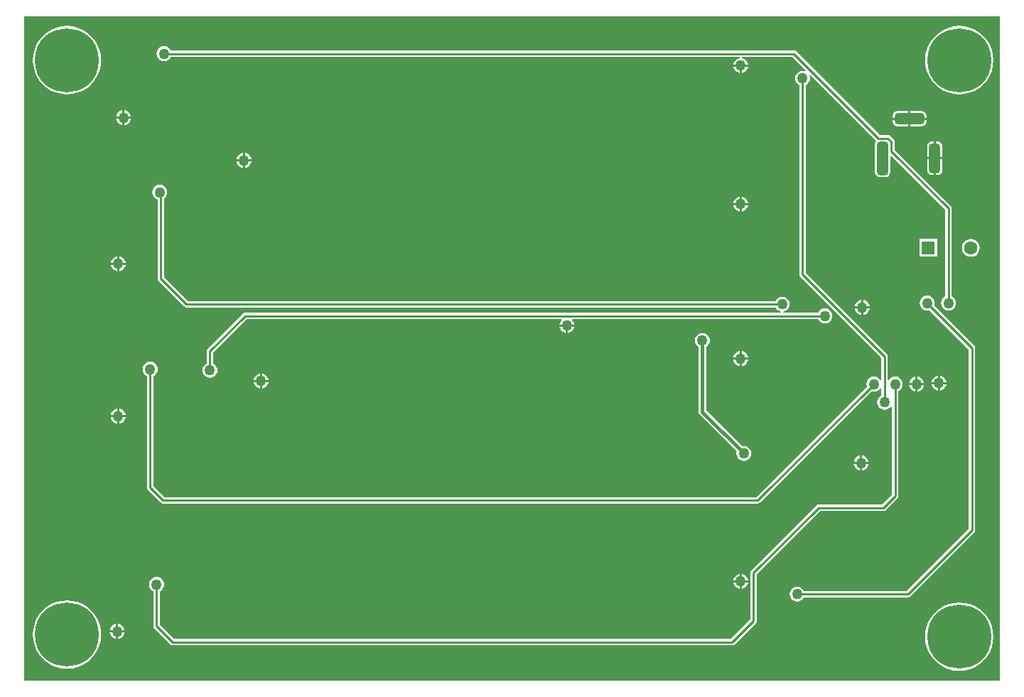
<source format=gbl>
G04*
G04 #@! TF.GenerationSoftware,Altium Limited,Altium Designer,20.1.12 (249)*
G04*
G04 Layer_Physical_Order=2*
G04 Layer_Color=16711680*
%FSLAX25Y25*%
%MOIN*%
G70*
G04*
G04 #@! TF.SameCoordinates,9558268F-E582-4542-BACD-EEF3D3045912*
G04*
G04*
G04 #@! TF.FilePolarity,Positive*
G04*
G01*
G75*
%ADD10C,0.01000*%
%ADD16C,0.05000*%
%ADD44C,0.01500*%
G04:AMPARAMS|DCode=45|XSize=157.48mil|YSize=51.18mil|CornerRadius=12.8mil|HoleSize=0mil|Usage=FLASHONLY|Rotation=270.000|XOffset=0mil|YOffset=0mil|HoleType=Round|Shape=RoundedRectangle|*
%AMROUNDEDRECTD45*
21,1,0.15748,0.02559,0,0,270.0*
21,1,0.13189,0.05118,0,0,270.0*
1,1,0.02559,-0.01280,-0.06594*
1,1,0.02559,-0.01280,0.06594*
1,1,0.02559,0.01280,0.06594*
1,1,0.02559,0.01280,-0.06594*
%
%ADD45ROUNDEDRECTD45*%
G04:AMPARAMS|DCode=46|XSize=137.8mil|YSize=51.18mil|CornerRadius=12.8mil|HoleSize=0mil|Usage=FLASHONLY|Rotation=270.000|XOffset=0mil|YOffset=0mil|HoleType=Round|Shape=RoundedRectangle|*
%AMROUNDEDRECTD46*
21,1,0.13780,0.02559,0,0,270.0*
21,1,0.11221,0.05118,0,0,270.0*
1,1,0.02559,-0.01280,-0.05610*
1,1,0.02559,-0.01280,0.05610*
1,1,0.02559,0.01280,0.05610*
1,1,0.02559,0.01280,-0.05610*
%
%ADD46ROUNDEDRECTD46*%
G04:AMPARAMS|DCode=47|XSize=137.8mil|YSize=51.18mil|CornerRadius=12.8mil|HoleSize=0mil|Usage=FLASHONLY|Rotation=0.000|XOffset=0mil|YOffset=0mil|HoleType=Round|Shape=RoundedRectangle|*
%AMROUNDEDRECTD47*
21,1,0.13780,0.02559,0,0,0.0*
21,1,0.11221,0.05118,0,0,0.0*
1,1,0.02559,0.05610,-0.01280*
1,1,0.02559,-0.05610,-0.01280*
1,1,0.02559,-0.05610,0.01280*
1,1,0.02559,0.05610,0.01280*
%
%ADD47ROUNDEDRECTD47*%
%ADD48C,0.06299*%
%ADD49R,0.06299X0.06299*%
%ADD50C,0.30000*%
G36*
X699500Y172000D02*
X242000D01*
Y483500D01*
X699500D01*
Y172000D01*
D02*
G37*
%LPC*%
G36*
X307500Y469530D02*
X306586Y469410D01*
X305735Y469057D01*
X305004Y468496D01*
X304443Y467765D01*
X304090Y466914D01*
X303970Y466000D01*
X304090Y465086D01*
X304443Y464235D01*
X305004Y463504D01*
X305735Y462943D01*
X306586Y462590D01*
X307500Y462470D01*
X308414Y462590D01*
X309265Y462943D01*
X309996Y463504D01*
X310557Y464235D01*
X310655Y464471D01*
X577515D01*
X577547Y463971D01*
X577086Y463910D01*
X576235Y463557D01*
X575504Y462996D01*
X574943Y462265D01*
X574590Y461414D01*
X574536Y461000D01*
X581464D01*
X581410Y461414D01*
X581057Y462265D01*
X580496Y462996D01*
X579765Y463557D01*
X578914Y463910D01*
X578453Y463971D01*
X578485Y464471D01*
X602366D01*
X608720Y458117D01*
X608437Y457693D01*
X607914Y457910D01*
X607000Y458030D01*
X606086Y457910D01*
X605235Y457557D01*
X604504Y456996D01*
X603943Y456265D01*
X603590Y455414D01*
X603470Y454500D01*
X603590Y453586D01*
X603943Y452735D01*
X604504Y452004D01*
X605235Y451443D01*
X605471Y451345D01*
Y362500D01*
X605587Y361915D01*
X605919Y361419D01*
X643971Y323366D01*
Y313007D01*
X643471Y312878D01*
X642996Y313496D01*
X642265Y314057D01*
X641414Y314410D01*
X640500Y314530D01*
X639586Y314410D01*
X638735Y314057D01*
X638004Y313496D01*
X637443Y312765D01*
X637090Y311914D01*
X636970Y311000D01*
X637090Y310086D01*
X637188Y309851D01*
X585366Y258029D01*
X307633D01*
X302529Y263134D01*
Y314845D01*
X302765Y314943D01*
X303496Y315504D01*
X304057Y316235D01*
X304410Y317086D01*
X304530Y318000D01*
X304410Y318914D01*
X304057Y319765D01*
X303496Y320496D01*
X302765Y321057D01*
X301914Y321410D01*
X301000Y321530D01*
X300086Y321410D01*
X299235Y321057D01*
X298504Y320496D01*
X297943Y319765D01*
X297590Y318914D01*
X297470Y318000D01*
X297590Y317086D01*
X297943Y316235D01*
X298504Y315504D01*
X299235Y314943D01*
X299471Y314845D01*
Y262500D01*
X299587Y261915D01*
X299919Y261419D01*
X305919Y255419D01*
X306415Y255087D01*
X307000Y254971D01*
X586000D01*
X586585Y255087D01*
X587081Y255419D01*
X639351Y307688D01*
X639586Y307590D01*
X640500Y307470D01*
X641414Y307590D01*
X642265Y307943D01*
X642996Y308504D01*
X643471Y309122D01*
X643971Y308993D01*
Y305655D01*
X643735Y305557D01*
X643004Y304996D01*
X642443Y304265D01*
X642090Y303414D01*
X641970Y302500D01*
X642090Y301586D01*
X642443Y300735D01*
X643004Y300004D01*
X643735Y299443D01*
X644586Y299090D01*
X645500Y298970D01*
X646414Y299090D01*
X647265Y299443D01*
X647996Y300004D01*
X648471Y300622D01*
X648971Y300493D01*
Y259134D01*
X644367Y254529D01*
X614500D01*
X613915Y254413D01*
X613419Y254081D01*
X582919Y223581D01*
X582587Y223085D01*
X582471Y222500D01*
Y200634D01*
X573366Y191529D01*
X312134D01*
X305529Y198134D01*
Y213845D01*
X305765Y213943D01*
X306496Y214504D01*
X307057Y215235D01*
X307410Y216086D01*
X307530Y217000D01*
X307410Y217914D01*
X307057Y218765D01*
X306496Y219496D01*
X305765Y220057D01*
X304914Y220410D01*
X304000Y220530D01*
X303086Y220410D01*
X302235Y220057D01*
X301504Y219496D01*
X300943Y218765D01*
X300590Y217914D01*
X300470Y217000D01*
X300590Y216086D01*
X300943Y215235D01*
X301504Y214504D01*
X302235Y213943D01*
X302471Y213845D01*
Y197500D01*
X302587Y196915D01*
X302919Y196419D01*
X310419Y188919D01*
X310915Y188587D01*
X311500Y188471D01*
X574000D01*
X574585Y188587D01*
X575081Y188919D01*
X585081Y198919D01*
X585413Y199415D01*
X585529Y200000D01*
Y221866D01*
X615133Y251471D01*
X645000D01*
X645585Y251587D01*
X646081Y251919D01*
X651581Y257419D01*
X651913Y257915D01*
X652029Y258500D01*
Y307845D01*
X652265Y307943D01*
X652996Y308504D01*
X653557Y309235D01*
X653910Y310086D01*
X654030Y311000D01*
X653910Y311914D01*
X653557Y312765D01*
X652996Y313496D01*
X652265Y314057D01*
X651414Y314410D01*
X650500Y314530D01*
X649586Y314410D01*
X648735Y314057D01*
X648004Y313496D01*
X647529Y312878D01*
X647029Y313007D01*
Y324000D01*
X646913Y324585D01*
X646581Y325081D01*
X608529Y363134D01*
Y451345D01*
X608765Y451443D01*
X609496Y452004D01*
X610057Y452735D01*
X610410Y453586D01*
X610530Y454500D01*
X610410Y455414D01*
X610193Y455937D01*
X610617Y456220D01*
X641545Y425293D01*
X641581Y425109D01*
X641164Y424484D01*
X640987Y423595D01*
Y410405D01*
X641164Y409516D01*
X641668Y408762D01*
X642422Y408258D01*
X643311Y408081D01*
X645870D01*
X646760Y408258D01*
X647513Y408762D01*
X648017Y409516D01*
X648194Y410405D01*
Y417990D01*
X648656Y418181D01*
X673971Y392866D01*
Y352155D01*
X673735Y352057D01*
X673004Y351496D01*
X672443Y350765D01*
X672090Y349914D01*
X671970Y349000D01*
X672090Y348086D01*
X672443Y347235D01*
X673004Y346504D01*
X673735Y345943D01*
X674586Y345590D01*
X675500Y345470D01*
X676414Y345590D01*
X677265Y345943D01*
X677996Y346504D01*
X678557Y347235D01*
X678910Y348086D01*
X679030Y349000D01*
X678910Y349914D01*
X678557Y350765D01*
X677996Y351496D01*
X677265Y352057D01*
X677029Y352155D01*
Y393500D01*
X676913Y394085D01*
X676581Y394581D01*
X650179Y420984D01*
Y424746D01*
X650063Y425331D01*
X649731Y425827D01*
X648103Y427456D01*
X647607Y427787D01*
X647021Y427903D01*
X643259D01*
X604081Y467081D01*
X603585Y467413D01*
X603000Y467529D01*
X310655D01*
X310557Y467765D01*
X309996Y468496D01*
X309265Y469057D01*
X308414Y469410D01*
X307500Y469530D01*
D02*
G37*
G36*
X581464Y460000D02*
X578500D01*
Y457036D01*
X578914Y457090D01*
X579765Y457443D01*
X580496Y458004D01*
X581057Y458735D01*
X581410Y459586D01*
X581464Y460000D01*
D02*
G37*
G36*
X577500D02*
X574536D01*
X574590Y459586D01*
X574943Y458735D01*
X575504Y458004D01*
X576235Y457443D01*
X577086Y457090D01*
X577500Y457036D01*
Y460000D01*
D02*
G37*
G36*
X680500Y479049D02*
X677989Y478852D01*
X675540Y478264D01*
X673214Y477300D01*
X671066Y475984D01*
X669151Y474349D01*
X667516Y472434D01*
X666200Y470286D01*
X665236Y467960D01*
X664648Y465511D01*
X664451Y463000D01*
X664648Y460489D01*
X665236Y458040D01*
X666200Y455714D01*
X667516Y453566D01*
X669151Y451651D01*
X671066Y450016D01*
X673214Y448700D01*
X675540Y447736D01*
X677989Y447148D01*
X680500Y446950D01*
X683011Y447148D01*
X685460Y447736D01*
X687786Y448700D01*
X689934Y450016D01*
X691849Y451651D01*
X693484Y453566D01*
X694800Y455714D01*
X695764Y458040D01*
X696352Y460489D01*
X696550Y463000D01*
X696352Y465511D01*
X695764Y467960D01*
X694800Y470286D01*
X693484Y472434D01*
X691849Y474349D01*
X689934Y475984D01*
X687786Y477300D01*
X685460Y478264D01*
X683011Y478852D01*
X680500Y479049D01*
D02*
G37*
G36*
X262000D02*
X259489Y478852D01*
X257040Y478264D01*
X254714Y477300D01*
X252566Y475984D01*
X250651Y474349D01*
X249016Y472434D01*
X247700Y470286D01*
X246736Y467960D01*
X246148Y465511D01*
X245951Y463000D01*
X246148Y460489D01*
X246736Y458040D01*
X247700Y455714D01*
X249016Y453566D01*
X250651Y451651D01*
X252566Y450016D01*
X254714Y448700D01*
X257040Y447736D01*
X259489Y447148D01*
X262000Y446950D01*
X264511Y447148D01*
X266960Y447736D01*
X269286Y448700D01*
X271434Y450016D01*
X273349Y451651D01*
X274984Y453566D01*
X276300Y455714D01*
X277264Y458040D01*
X277852Y460489D01*
X278049Y463000D01*
X277852Y465511D01*
X277264Y467960D01*
X276300Y470286D01*
X274984Y472434D01*
X273349Y474349D01*
X271434Y475984D01*
X269286Y477300D01*
X266960Y478264D01*
X264511Y478852D01*
X262000Y479049D01*
D02*
G37*
G36*
X289000Y439464D02*
Y436500D01*
X291964D01*
X291910Y436914D01*
X291557Y437765D01*
X290996Y438496D01*
X290265Y439057D01*
X289414Y439410D01*
X289000Y439464D01*
D02*
G37*
G36*
X288000D02*
X287586Y439410D01*
X286735Y439057D01*
X286004Y438496D01*
X285443Y437765D01*
X285090Y436914D01*
X285036Y436500D01*
X288000D01*
Y439464D01*
D02*
G37*
G36*
X662799Y439108D02*
X657689D01*
Y436004D01*
X665123D01*
Y436784D01*
X664947Y437673D01*
X664443Y438427D01*
X663689Y438931D01*
X662799Y439108D01*
D02*
G37*
G36*
X656689D02*
X651579D01*
X650689Y438931D01*
X649935Y438427D01*
X649432Y437673D01*
X649255Y436784D01*
Y436004D01*
X656689D01*
Y439108D01*
D02*
G37*
G36*
X291964Y435500D02*
X289000D01*
Y432536D01*
X289414Y432590D01*
X290265Y432943D01*
X290996Y433504D01*
X291557Y434235D01*
X291910Y435086D01*
X291964Y435500D01*
D02*
G37*
G36*
X288000D02*
X285036D01*
X285090Y435086D01*
X285443Y434235D01*
X286004Y433504D01*
X286735Y432943D01*
X287586Y432590D01*
X288000Y432536D01*
Y435500D01*
D02*
G37*
G36*
X665123Y435004D02*
X657689D01*
Y431900D01*
X662799D01*
X663689Y432077D01*
X664443Y432581D01*
X664947Y433335D01*
X665123Y434224D01*
Y435004D01*
D02*
G37*
G36*
X656689D02*
X649255D01*
Y434224D01*
X649432Y433335D01*
X649935Y432581D01*
X650689Y432077D01*
X651579Y431900D01*
X656689D01*
Y435004D01*
D02*
G37*
G36*
X670280Y424934D02*
X669500D01*
Y417500D01*
X672604D01*
Y422610D01*
X672427Y423500D01*
X671923Y424254D01*
X671169Y424757D01*
X670280Y424934D01*
D02*
G37*
G36*
X668500D02*
X667721D01*
X666831Y424757D01*
X666077Y424254D01*
X665573Y423500D01*
X665396Y422610D01*
Y417500D01*
X668500D01*
Y424934D01*
D02*
G37*
G36*
X345500Y419464D02*
Y416500D01*
X348464D01*
X348410Y416914D01*
X348057Y417765D01*
X347496Y418496D01*
X346765Y419057D01*
X345914Y419410D01*
X345500Y419464D01*
D02*
G37*
G36*
X344500D02*
X344086Y419410D01*
X343235Y419057D01*
X342504Y418496D01*
X341943Y417765D01*
X341590Y416914D01*
X341536Y416500D01*
X344500D01*
Y419464D01*
D02*
G37*
G36*
X348464Y415500D02*
X345500D01*
Y412536D01*
X345914Y412590D01*
X346765Y412943D01*
X347496Y413504D01*
X348057Y414235D01*
X348410Y415086D01*
X348464Y415500D01*
D02*
G37*
G36*
X344500D02*
X341536D01*
X341590Y415086D01*
X341943Y414235D01*
X342504Y413504D01*
X343235Y412943D01*
X344086Y412590D01*
X344500Y412536D01*
Y415500D01*
D02*
G37*
G36*
X672604Y416500D02*
X669500D01*
Y409066D01*
X670280D01*
X671169Y409242D01*
X671923Y409746D01*
X672427Y410500D01*
X672604Y411390D01*
Y416500D01*
D02*
G37*
G36*
X668500D02*
X665396D01*
Y411390D01*
X665573Y410500D01*
X666077Y409746D01*
X666831Y409242D01*
X667721Y409066D01*
X668500D01*
Y416500D01*
D02*
G37*
G36*
X578500Y398964D02*
Y396000D01*
X581464D01*
X581410Y396414D01*
X581057Y397265D01*
X580496Y397996D01*
X579765Y398557D01*
X578914Y398910D01*
X578500Y398964D01*
D02*
G37*
G36*
X577500D02*
X577086Y398910D01*
X576235Y398557D01*
X575504Y397996D01*
X574943Y397265D01*
X574590Y396414D01*
X574536Y396000D01*
X577500D01*
Y398964D01*
D02*
G37*
G36*
X581464Y395000D02*
X578500D01*
Y392036D01*
X578914Y392090D01*
X579765Y392443D01*
X580496Y393004D01*
X581057Y393735D01*
X581410Y394586D01*
X581464Y395000D01*
D02*
G37*
G36*
X577500D02*
X574536D01*
X574590Y394586D01*
X574943Y393735D01*
X575504Y393004D01*
X576235Y392443D01*
X577086Y392090D01*
X577500Y392036D01*
Y395000D01*
D02*
G37*
G36*
X670150Y379150D02*
X661850D01*
Y370850D01*
X670150D01*
Y379150D01*
D02*
G37*
G36*
X686000Y379185D02*
X684917Y379043D01*
X683907Y378625D01*
X683041Y377959D01*
X682375Y377093D01*
X681957Y376083D01*
X681815Y375000D01*
X681957Y373917D01*
X682375Y372907D01*
X683041Y372041D01*
X683907Y371375D01*
X684917Y370957D01*
X686000Y370815D01*
X687083Y370957D01*
X688093Y371375D01*
X688960Y372041D01*
X689625Y372907D01*
X690043Y373917D01*
X690185Y375000D01*
X690043Y376083D01*
X689625Y377093D01*
X688960Y377959D01*
X688093Y378625D01*
X687083Y379043D01*
X686000Y379185D01*
D02*
G37*
G36*
X286500Y370964D02*
Y368000D01*
X289464D01*
X289410Y368414D01*
X289057Y369265D01*
X288496Y369996D01*
X287765Y370557D01*
X286914Y370910D01*
X286500Y370964D01*
D02*
G37*
G36*
X285500D02*
X285086Y370910D01*
X284235Y370557D01*
X283504Y369996D01*
X282943Y369265D01*
X282590Y368414D01*
X282536Y368000D01*
X285500D01*
Y370964D01*
D02*
G37*
G36*
X289464Y367000D02*
X286500D01*
Y364036D01*
X286914Y364090D01*
X287765Y364443D01*
X288496Y365004D01*
X289057Y365735D01*
X289410Y366586D01*
X289464Y367000D01*
D02*
G37*
G36*
X285500D02*
X282536D01*
X282590Y366586D01*
X282943Y365735D01*
X283504Y365004D01*
X284235Y364443D01*
X285086Y364090D01*
X285500Y364036D01*
Y367000D01*
D02*
G37*
G36*
X635500Y350464D02*
Y347500D01*
X638464D01*
X638410Y347914D01*
X638057Y348765D01*
X637496Y349496D01*
X636765Y350057D01*
X635914Y350410D01*
X635500Y350464D01*
D02*
G37*
G36*
X634500D02*
X634086Y350410D01*
X633235Y350057D01*
X632504Y349496D01*
X631943Y348765D01*
X631590Y347914D01*
X631536Y347500D01*
X634500D01*
Y350464D01*
D02*
G37*
G36*
X638464Y346500D02*
X635500D01*
Y343536D01*
X635914Y343590D01*
X636765Y343943D01*
X637496Y344504D01*
X638057Y345235D01*
X638410Y346086D01*
X638464Y346500D01*
D02*
G37*
G36*
X634500D02*
X631536D01*
X631590Y346086D01*
X631943Y345235D01*
X632504Y344504D01*
X633235Y343943D01*
X634086Y343590D01*
X634500Y343536D01*
Y346500D01*
D02*
G37*
G36*
X305500Y404530D02*
X304586Y404410D01*
X303735Y404057D01*
X303004Y403496D01*
X302443Y402765D01*
X302090Y401914D01*
X301970Y401000D01*
X302090Y400086D01*
X302443Y399235D01*
X303004Y398504D01*
X303735Y397943D01*
X304471Y397638D01*
Y360500D01*
X304587Y359915D01*
X304919Y359419D01*
X316919Y347419D01*
X317415Y347087D01*
X318000Y346971D01*
X594345D01*
X594443Y346735D01*
X595004Y346004D01*
X595735Y345443D01*
X596586Y345090D01*
X597047Y345029D01*
X597015Y344529D01*
X345500D01*
X344915Y344413D01*
X344419Y344081D01*
X327919Y327581D01*
X327587Y327085D01*
X327471Y326500D01*
Y320674D01*
X327235Y320576D01*
X326504Y320015D01*
X325943Y319284D01*
X325590Y318433D01*
X325470Y317519D01*
X325590Y316605D01*
X325943Y315754D01*
X326504Y315023D01*
X327235Y314462D01*
X328086Y314109D01*
X329000Y313989D01*
X329914Y314109D01*
X330765Y314462D01*
X331496Y315023D01*
X332057Y315754D01*
X332410Y316605D01*
X332530Y317519D01*
X332410Y318433D01*
X332057Y319284D01*
X331496Y320015D01*
X330765Y320576D01*
X330529Y320674D01*
Y325867D01*
X346133Y341471D01*
X493844D01*
X493956Y341142D01*
X493984Y340971D01*
X493443Y340265D01*
X493090Y339414D01*
X493036Y339000D01*
X499964D01*
X499910Y339414D01*
X499557Y340265D01*
X499016Y340971D01*
X499044Y341142D01*
X499156Y341471D01*
X614345D01*
X614443Y341235D01*
X615004Y340504D01*
X615735Y339943D01*
X616586Y339590D01*
X617500Y339470D01*
X618414Y339590D01*
X619265Y339943D01*
X619996Y340504D01*
X620557Y341235D01*
X620910Y342086D01*
X621030Y343000D01*
X620910Y343914D01*
X620557Y344765D01*
X619996Y345496D01*
X619265Y346057D01*
X618414Y346410D01*
X617500Y346530D01*
X616586Y346410D01*
X615735Y346057D01*
X615004Y345496D01*
X614443Y344765D01*
X614345Y344529D01*
X597985D01*
X597953Y345029D01*
X598414Y345090D01*
X599265Y345443D01*
X599996Y346004D01*
X600557Y346735D01*
X600910Y347586D01*
X601030Y348500D01*
X600910Y349414D01*
X600557Y350265D01*
X599996Y350996D01*
X599265Y351557D01*
X598414Y351910D01*
X597500Y352030D01*
X596586Y351910D01*
X595735Y351557D01*
X595004Y350996D01*
X594443Y350265D01*
X594345Y350029D01*
X318634D01*
X307529Y361134D01*
Y398146D01*
X307996Y398504D01*
X308557Y399235D01*
X308910Y400086D01*
X309030Y401000D01*
X308910Y401914D01*
X308557Y402765D01*
X307996Y403496D01*
X307265Y404057D01*
X306414Y404410D01*
X305500Y404530D01*
D02*
G37*
G36*
X499964Y338000D02*
X497000D01*
Y335036D01*
X497414Y335090D01*
X498265Y335443D01*
X498996Y336004D01*
X499557Y336735D01*
X499910Y337586D01*
X499964Y338000D01*
D02*
G37*
G36*
X496000D02*
X493036D01*
X493090Y337586D01*
X493443Y336735D01*
X494004Y336004D01*
X494735Y335443D01*
X495586Y335090D01*
X496000Y335036D01*
Y338000D01*
D02*
G37*
G36*
X578500Y326464D02*
Y323500D01*
X581464D01*
X581410Y323914D01*
X581057Y324765D01*
X580496Y325496D01*
X579765Y326057D01*
X578914Y326410D01*
X578500Y326464D01*
D02*
G37*
G36*
X577500D02*
X577086Y326410D01*
X576235Y326057D01*
X575504Y325496D01*
X574943Y324765D01*
X574590Y323914D01*
X574536Y323500D01*
X577500D01*
Y326464D01*
D02*
G37*
G36*
X581464Y322500D02*
X578500D01*
Y319536D01*
X578914Y319590D01*
X579765Y319943D01*
X580496Y320504D01*
X581057Y321235D01*
X581410Y322086D01*
X581464Y322500D01*
D02*
G37*
G36*
X577500D02*
X574536D01*
X574590Y322086D01*
X574943Y321235D01*
X575504Y320504D01*
X576235Y319943D01*
X577086Y319590D01*
X577500Y319536D01*
Y322500D01*
D02*
G37*
G36*
X353500Y315964D02*
Y313000D01*
X356464D01*
X356410Y313414D01*
X356057Y314265D01*
X355496Y314996D01*
X354765Y315557D01*
X353914Y315910D01*
X353500Y315964D01*
D02*
G37*
G36*
X352500D02*
X352086Y315910D01*
X351235Y315557D01*
X350504Y314996D01*
X349943Y314265D01*
X349590Y313414D01*
X349536Y313000D01*
X352500D01*
Y315964D01*
D02*
G37*
G36*
X671500Y314964D02*
Y312000D01*
X674464D01*
X674410Y312414D01*
X674057Y313265D01*
X673496Y313996D01*
X672765Y314557D01*
X671914Y314910D01*
X671500Y314964D01*
D02*
G37*
G36*
X670500D02*
X670086Y314910D01*
X669235Y314557D01*
X668504Y313996D01*
X667943Y313265D01*
X667590Y312414D01*
X667536Y312000D01*
X670500D01*
Y314964D01*
D02*
G37*
G36*
X661000Y314464D02*
Y311500D01*
X663964D01*
X663910Y311914D01*
X663557Y312765D01*
X662996Y313496D01*
X662265Y314057D01*
X661414Y314410D01*
X661000Y314464D01*
D02*
G37*
G36*
X660000D02*
X659586Y314410D01*
X658735Y314057D01*
X658004Y313496D01*
X657443Y312765D01*
X657090Y311914D01*
X657036Y311500D01*
X660000D01*
Y314464D01*
D02*
G37*
G36*
X356464Y312000D02*
X353500D01*
Y309036D01*
X353914Y309090D01*
X354765Y309443D01*
X355496Y310004D01*
X356057Y310735D01*
X356410Y311586D01*
X356464Y312000D01*
D02*
G37*
G36*
X352500D02*
X349536D01*
X349590Y311586D01*
X349943Y310735D01*
X350504Y310004D01*
X351235Y309443D01*
X352086Y309090D01*
X352500Y309036D01*
Y312000D01*
D02*
G37*
G36*
X674464Y311000D02*
X671500D01*
Y308036D01*
X671914Y308090D01*
X672765Y308443D01*
X673496Y309004D01*
X674057Y309735D01*
X674410Y310586D01*
X674464Y311000D01*
D02*
G37*
G36*
X670500D02*
X667536D01*
X667590Y310586D01*
X667943Y309735D01*
X668504Y309004D01*
X669235Y308443D01*
X670086Y308090D01*
X670500Y308036D01*
Y311000D01*
D02*
G37*
G36*
X663964Y310500D02*
X661000D01*
Y307536D01*
X661414Y307590D01*
X662265Y307943D01*
X662996Y308504D01*
X663557Y309235D01*
X663910Y310086D01*
X663964Y310500D01*
D02*
G37*
G36*
X660000D02*
X657036D01*
X657090Y310086D01*
X657443Y309235D01*
X658004Y308504D01*
X658735Y307943D01*
X659586Y307590D01*
X660000Y307536D01*
Y310500D01*
D02*
G37*
G36*
X286500Y299464D02*
Y296500D01*
X289464D01*
X289410Y296914D01*
X289057Y297765D01*
X288496Y298496D01*
X287765Y299057D01*
X286914Y299410D01*
X286500Y299464D01*
D02*
G37*
G36*
X285500D02*
X285086Y299410D01*
X284235Y299057D01*
X283504Y298496D01*
X282943Y297765D01*
X282590Y296914D01*
X282536Y296500D01*
X285500D01*
Y299464D01*
D02*
G37*
G36*
X289464Y295500D02*
X286500D01*
Y292536D01*
X286914Y292590D01*
X287765Y292943D01*
X288496Y293504D01*
X289057Y294235D01*
X289410Y295086D01*
X289464Y295500D01*
D02*
G37*
G36*
X285500D02*
X282536D01*
X282590Y295086D01*
X282943Y294235D01*
X283504Y293504D01*
X284235Y292943D01*
X285086Y292590D01*
X285500Y292536D01*
Y295500D01*
D02*
G37*
G36*
X560000Y335030D02*
X559086Y334910D01*
X558235Y334557D01*
X557504Y333996D01*
X556943Y333265D01*
X556590Y332414D01*
X556470Y331500D01*
X556590Y330586D01*
X556943Y329735D01*
X557504Y329004D01*
X558216Y328457D01*
Y298000D01*
X558352Y297317D01*
X558738Y296738D01*
X576087Y279390D01*
X575970Y278500D01*
X576090Y277586D01*
X576443Y276735D01*
X577004Y276004D01*
X577735Y275443D01*
X578586Y275090D01*
X579500Y274970D01*
X580414Y275090D01*
X581265Y275443D01*
X581996Y276004D01*
X582557Y276735D01*
X582910Y277586D01*
X583030Y278500D01*
X582910Y279414D01*
X582557Y280265D01*
X581996Y280996D01*
X581265Y281557D01*
X580414Y281910D01*
X579500Y282030D01*
X578610Y281913D01*
X561784Y298739D01*
Y328457D01*
X562496Y329004D01*
X563057Y329735D01*
X563410Y330586D01*
X563530Y331500D01*
X563410Y332414D01*
X563057Y333265D01*
X562496Y333996D01*
X561765Y334557D01*
X560914Y334910D01*
X560000Y335030D01*
D02*
G37*
G36*
X635000Y277464D02*
Y274500D01*
X637964D01*
X637910Y274914D01*
X637557Y275765D01*
X636996Y276496D01*
X636265Y277057D01*
X635414Y277410D01*
X635000Y277464D01*
D02*
G37*
G36*
X634000D02*
X633586Y277410D01*
X632735Y277057D01*
X632004Y276496D01*
X631443Y275765D01*
X631090Y274914D01*
X631036Y274500D01*
X634000D01*
Y277464D01*
D02*
G37*
G36*
X637964Y273500D02*
X635000D01*
Y270536D01*
X635414Y270590D01*
X636265Y270943D01*
X636996Y271504D01*
X637557Y272235D01*
X637910Y273086D01*
X637964Y273500D01*
D02*
G37*
G36*
X634000D02*
X631036D01*
X631090Y273086D01*
X631443Y272235D01*
X632004Y271504D01*
X632735Y270943D01*
X633586Y270590D01*
X634000Y270536D01*
Y273500D01*
D02*
G37*
G36*
X578500Y221964D02*
Y219000D01*
X581464D01*
X581410Y219414D01*
X581057Y220265D01*
X580496Y220996D01*
X579765Y221557D01*
X578914Y221910D01*
X578500Y221964D01*
D02*
G37*
G36*
X577500D02*
X577086Y221910D01*
X576235Y221557D01*
X575504Y220996D01*
X574943Y220265D01*
X574590Y219414D01*
X574536Y219000D01*
X577500D01*
Y221964D01*
D02*
G37*
G36*
X581464Y218000D02*
X578500D01*
Y215036D01*
X578914Y215090D01*
X579765Y215443D01*
X580496Y216004D01*
X581057Y216735D01*
X581410Y217586D01*
X581464Y218000D01*
D02*
G37*
G36*
X577500D02*
X574536D01*
X574590Y217586D01*
X574943Y216735D01*
X575504Y216004D01*
X576235Y215443D01*
X577086Y215090D01*
X577500Y215036D01*
Y218000D01*
D02*
G37*
G36*
X665500Y352530D02*
X664586Y352410D01*
X663735Y352057D01*
X663004Y351496D01*
X662443Y350765D01*
X662090Y349914D01*
X661970Y349000D01*
X662090Y348086D01*
X662443Y347235D01*
X663004Y346504D01*
X663735Y345943D01*
X664586Y345590D01*
X665500Y345470D01*
X666414Y345590D01*
X666649Y345688D01*
X684971Y327366D01*
Y243133D01*
X655866Y214029D01*
X607655D01*
X607557Y214265D01*
X606996Y214996D01*
X606265Y215557D01*
X605414Y215910D01*
X604500Y216030D01*
X603586Y215910D01*
X602735Y215557D01*
X602004Y214996D01*
X601443Y214265D01*
X601090Y213414D01*
X600970Y212500D01*
X601090Y211586D01*
X601443Y210735D01*
X602004Y210004D01*
X602735Y209443D01*
X603586Y209090D01*
X604500Y208970D01*
X605414Y209090D01*
X606265Y209443D01*
X606996Y210004D01*
X607557Y210735D01*
X607655Y210971D01*
X656500D01*
X657085Y211087D01*
X657581Y211419D01*
X687581Y241419D01*
X687913Y241915D01*
X688029Y242500D01*
Y328000D01*
X687913Y328585D01*
X687581Y329081D01*
X668812Y347851D01*
X668910Y348086D01*
X669030Y349000D01*
X668910Y349914D01*
X668557Y350765D01*
X667996Y351496D01*
X667265Y352057D01*
X666414Y352410D01*
X665500Y352530D01*
D02*
G37*
G36*
X286000Y198464D02*
Y195500D01*
X288964D01*
X288910Y195914D01*
X288557Y196765D01*
X287996Y197496D01*
X287265Y198057D01*
X286414Y198410D01*
X286000Y198464D01*
D02*
G37*
G36*
X285000D02*
X284586Y198410D01*
X283735Y198057D01*
X283004Y197496D01*
X282443Y196765D01*
X282090Y195914D01*
X282036Y195500D01*
X285000D01*
Y198464D01*
D02*
G37*
G36*
X288964Y194500D02*
X286000D01*
Y191536D01*
X286414Y191590D01*
X287265Y191943D01*
X287996Y192504D01*
X288557Y193235D01*
X288910Y194086D01*
X288964Y194500D01*
D02*
G37*
G36*
X285000D02*
X282036D01*
X282090Y194086D01*
X282443Y193235D01*
X283004Y192504D01*
X283735Y191943D01*
X284586Y191590D01*
X285000Y191536D01*
Y194500D01*
D02*
G37*
G36*
X262000Y209549D02*
X259489Y209352D01*
X257040Y208764D01*
X254714Y207800D01*
X252566Y206484D01*
X250651Y204849D01*
X249016Y202934D01*
X247700Y200786D01*
X246736Y198460D01*
X246148Y196011D01*
X245951Y193500D01*
X246148Y190989D01*
X246736Y188540D01*
X247700Y186214D01*
X249016Y184066D01*
X250651Y182151D01*
X252566Y180516D01*
X254714Y179200D01*
X257040Y178236D01*
X259489Y177648D01*
X262000Y177451D01*
X264511Y177648D01*
X266960Y178236D01*
X269286Y179200D01*
X271434Y180516D01*
X273349Y182151D01*
X274984Y184066D01*
X276300Y186214D01*
X277264Y188540D01*
X277852Y190989D01*
X278049Y193500D01*
X277852Y196011D01*
X277264Y198460D01*
X276300Y200786D01*
X274984Y202934D01*
X273349Y204849D01*
X271434Y206484D01*
X269286Y207800D01*
X266960Y208764D01*
X264511Y209352D01*
X262000Y209549D01*
D02*
G37*
G36*
X680500Y208549D02*
X677989Y208352D01*
X675540Y207764D01*
X673214Y206800D01*
X671066Y205484D01*
X669151Y203849D01*
X667516Y201934D01*
X666200Y199786D01*
X665236Y197460D01*
X664648Y195011D01*
X664451Y192500D01*
X664648Y189989D01*
X665236Y187540D01*
X666200Y185214D01*
X667516Y183066D01*
X669151Y181151D01*
X671066Y179516D01*
X673214Y178200D01*
X675540Y177236D01*
X677989Y176648D01*
X680500Y176451D01*
X683011Y176648D01*
X685460Y177236D01*
X687786Y178200D01*
X689934Y179516D01*
X691849Y181151D01*
X693484Y183066D01*
X694800Y185214D01*
X695764Y187540D01*
X696352Y189989D01*
X696550Y192500D01*
X696352Y195011D01*
X695764Y197460D01*
X694800Y199786D01*
X693484Y201934D01*
X691849Y203849D01*
X689934Y205484D01*
X687786Y206800D01*
X685460Y207764D01*
X683011Y208352D01*
X680500Y208549D01*
D02*
G37*
%LPD*%
D10*
X301000Y262500D02*
X307000Y256500D01*
X614500Y253000D02*
X645000D01*
X584000Y200000D02*
Y222500D01*
X307000Y256500D02*
X586000D01*
X584000Y222500D02*
X614500Y253000D01*
X574000Y190000D02*
X584000Y200000D01*
X645000Y253000D02*
X650500Y258500D01*
X604500Y212500D02*
X656500D01*
X586000Y256500D02*
X640500Y311000D01*
X307500Y466000D02*
X603000D01*
X675500Y349000D02*
Y393500D01*
X648650Y420350D02*
X675500Y393500D01*
X647021Y426374D02*
X648650Y424746D01*
X603000Y466000D02*
X642626Y426374D01*
X648650Y420350D02*
Y424746D01*
X642626Y426374D02*
X647021D01*
X306000Y360500D02*
X318000Y348500D01*
X305500Y401000D02*
X306000Y400500D01*
Y360500D02*
Y400500D01*
X318000Y348500D02*
X597500D01*
X301000Y262500D02*
Y318000D01*
X311500Y190000D02*
X574000D01*
X304000Y197500D02*
Y217000D01*
Y197500D02*
X311500Y190000D01*
X645500Y302500D02*
Y324000D01*
X650500Y258500D02*
Y311000D01*
X686500Y242500D02*
Y328000D01*
X665500Y349000D02*
X686500Y328000D01*
X607000Y362500D02*
X645500Y324000D01*
X656500Y212500D02*
X686500Y242500D01*
X345500Y343000D02*
X617500D01*
X329000Y326500D02*
X345500Y343000D01*
X607000Y362500D02*
Y454500D01*
X329000Y317519D02*
Y326500D01*
D16*
X604500Y212500D02*
D03*
X579500Y278500D02*
D03*
X560000Y331500D02*
D03*
X353000Y312500D02*
D03*
X307500Y466000D02*
D03*
X286000Y367500D02*
D03*
X301000Y318000D02*
D03*
X304000Y217000D02*
D03*
X635000Y347000D02*
D03*
X675500Y349000D02*
D03*
X660500Y311000D02*
D03*
X665500Y349000D02*
D03*
X634500Y274000D02*
D03*
X640500Y311000D02*
D03*
X617500Y343000D02*
D03*
X650500Y311000D02*
D03*
X671000Y311500D02*
D03*
X645500Y302500D02*
D03*
X305500Y401000D02*
D03*
X597500Y348500D02*
D03*
X496500Y338500D02*
D03*
X607000Y454500D02*
D03*
X329000Y317519D02*
D03*
X288500Y436000D02*
D03*
X578000Y218500D02*
D03*
X285500Y195000D02*
D03*
X286000Y296000D02*
D03*
X345000Y416000D02*
D03*
X578000Y323000D02*
D03*
Y395500D02*
D03*
Y460500D02*
D03*
D44*
X560000Y298000D02*
X579500Y278500D01*
X560000Y298000D02*
Y331500D01*
D45*
X644591Y417000D02*
D03*
D46*
X669000D02*
D03*
D47*
X657189Y435504D02*
D03*
D48*
X686000Y375000D02*
D03*
D49*
X666000D02*
D03*
D50*
X680500Y192500D02*
D03*
Y463000D02*
D03*
X262000Y193500D02*
D03*
Y463000D02*
D03*
M02*

</source>
